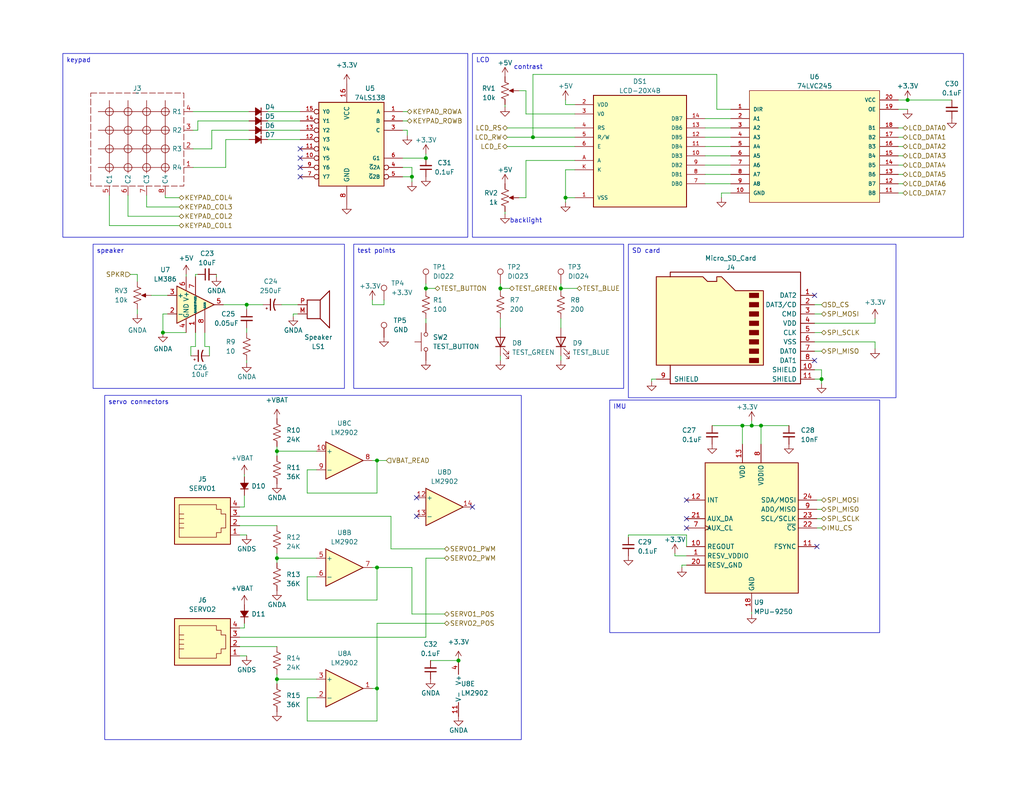
<source format=kicad_sch>
(kicad_sch (version 20231120) (generator "eeschema") (generator_version "8.0")
  (paper "A")
  (title_block (title "EE 110 Alpha Board - GPIO") (date "2024-02-07") (rev "0.2") (company "Adam Krivka"))
  (lib_symbols
    (symbol "74LS138:74LS138" (pin_names (offset 1.016))
      (property "Reference" "U2" (at -6.35 13.97 0))
      (property "Value" "74LS138" (at -6.35 11.43 0))
      (symbol "74LS138_1_0"
        (pin input line (at -15.24 7.62 0) (length 5.08) (name "A") (number "1"))
        (pin output inverted (at 12.7 -5.08 180) (length 5.08) (name "Y5") (number "10"))
        (pin output inverted (at 12.7 -2.54 180) (length 5.08) (name "Y4") (number "11"))
        (pin output inverted (at 12.7 0 180) (length 5.08) (name "Y3") (number "12"))
        (pin output inverted (at 12.7 2.54 180) (length 5.08) (name "Y2") (number "13"))
        (pin output inverted (at 12.7 5.08 180) (length 5.08) (name "Y1") (number "14"))
        (pin output inverted (at 12.7 7.62 180) (length 5.08) (name "Y0") (number "15"))
        (pin input line (at -15.24 5.08 0) (length 5.08) (name "B") (number "2"))
        (pin input line (at -15.24 2.54 0) (length 5.08) (name "C") (number "3"))
        (pin input inverted (at -15.24 -7.62 0) (length 5.08) (name "~{G}2A") (number "4"))
        (pin input inverted (at -15.24 -10.16 0) (length 5.08) (name "~{G}2B") (number "5"))
        (pin input line (at -15.24 -5.08 0) (length 5.08) (name "G1") (number "6"))
        (pin output inverted (at 12.7 -10.16 180) (length 5.08) (name "Y7") (number "7"))
        (pin output inverted (at 12.7 -7.62 180) (length 5.08) (name "Y6") (number "9"))
      )
      (symbol "74LS138_1_1"
        (pin input line (at 0 15.24 270) (length 5.08) (name "VCC") (number "16"))
        (pin input line (at 0 -17.78 90) (length 5.08) (name "GND") (number "8"))
      )
    )
    (symbol "74LVC245:74LVC245" (pin_names (offset 1.016))
      (property "Reference" "U2" (at 0 19.05 0))
      (symbol "74LVC245_0_0"
        (pin bidirectional line (at -22.86 10.16 0) (length 5.08) (name "DIR") (number "1"))
        (pin bidirectional line (at -22.86 -12.7 0) (length 5.08) (name "GND") (number "10"))
        (pin bidirectional line (at 22.86 -12.7 180) (length 5.08) (name "B8") (number "11"))
        (pin bidirectional line (at 22.86 -10.16 180) (length 5.08) (name "B7") (number "12"))
        (pin bidirectional line (at 22.86 -7.62 180) (length 5.08) (name "B6") (number "13"))
        (pin bidirectional line (at 22.86 -5.08 180) (length 5.08) (name "B5") (number "14"))
        (pin bidirectional line (at 22.86 -2.54 180) (length 5.08) (name "B4") (number "15"))
        (pin bidirectional line (at 22.86 0 180) (length 5.08) (name "B3") (number "16"))
        (pin bidirectional line (at 22.86 2.54 180) (length 5.08) (name "B2") (number "17"))
        (pin bidirectional line (at 22.86 5.08 180) (length 5.08) (name "B1") (number "18"))
        (pin bidirectional line (at 22.86 10.16 180) (length 5.08) (name "OE") (number "19"))
        (pin bidirectional line (at -22.86 7.62 0) (length 5.08) (name "A1") (number "2"))
        (pin bidirectional line (at 22.86 12.7 180) (length 5.08) (name "VCC") (number "20"))
        (pin bidirectional line (at -22.86 5.08 0) (length 5.08) (name "A2") (number "3"))
        (pin bidirectional line (at -22.86 2.54 0) (length 5.08) (name "A3") (number "4"))
        (pin bidirectional line (at -22.86 0 0) (length 5.08) (name "A4") (number "5"))
        (pin bidirectional line (at -22.86 -2.54 0) (length 5.08) (name "A5") (number "6"))
        (pin bidirectional line (at -22.86 -5.08 0) (length 5.08) (name "A6") (number "7"))
        (pin bidirectional line (at -22.86 -7.62 0) (length 5.08) (name "A7") (number "8"))
        (pin bidirectional line (at -22.86 -10.16 0) (length 5.08) (name "A8") (number "9"))
      )
    )
    (symbol "Amplifier_Audio:LM386" (pin_names (offset 0.127))
      (property "Reference" "U" (at 1.27 7.62 0))
      (property "Value" "LM386" (at 1.27 5.08 0))
      (symbol "LM386_1_1"
        (pin input line (at 0 -7.62 90) (length 5.08) (name "GAIN") (number "1"))
        (pin input line (at -7.62 -2.54 0) (length 2.54) (name "-") (number "2"))
        (pin input line (at -7.62 2.54 0) (length 2.54) (name "+") (number "3"))
        (pin power_in line (at -2.54 -7.62 90) (length 3.81) (name "GND") (number "4"))
        (pin output line (at 7.62 0 180) (length 2.54) (name "~") (number "5"))
        (pin power_in line (at -2.54 7.62 270) (length 3.81) (name "V+") (number "6"))
        (pin input line (at 0 7.62 270) (length 5.08) (name "BYPASS") (number "7"))
        (pin input line (at 2.54 -7.62 90) (length 6.35) (name "GAIN") (number "8"))
      )
    )
    (symbol "Amplifier_Operational:LM2902" (pin_names (offset 0.127))
      (property "Reference" "U" (at 0 5.08 0))
      (property "Value" "LM2902" (at 0 -5.08 0))
      (symbol "LM2902_1_1"
        (pin output line (at 7.62 0 180) (length 2.54) (name "~") (number "1"))
        (pin input line (at -7.62 -2.54 0) (length 2.54) (name "-") (number "2"))
        (pin input line (at -7.62 2.54 0) (length 2.54) (name "+") (number "3"))
      )
      (symbol "LM2902_2_1"
        (pin input line (at -7.62 2.54 0) (length 2.54) (name "+") (number "5"))
        (pin input line (at -7.62 -2.54 0) (length 2.54) (name "-") (number "6"))
        (pin output line (at 7.62 0 180) (length 2.54) (name "~") (number "7"))
      )
      (symbol "LM2902_3_1"
        (pin input line (at -7.62 2.54 0) (length 2.54) (name "+") (number "10"))
        (pin output line (at 7.62 0 180) (length 2.54) (name "~") (number "8"))
        (pin input line (at -7.62 -2.54 0) (length 2.54) (name "-") (number "9"))
      )
      (symbol "LM2902_4_1"
        (pin input line (at -7.62 2.54 0) (length 2.54) (name "+") (number "12"))
        (pin input line (at -7.62 -2.54 0) (length 2.54) (name "-") (number "13"))
        (pin output line (at 7.62 0 180) (length 2.54) (name "~") (number "14"))
      )
      (symbol "LM2902_5_1"
        (pin power_in line (at -2.54 -7.62 90) (length 3.81) (name "V-") (number "11"))
        (pin power_in line (at -2.54 7.62 270) (length 3.81) (name "V+") (number "4"))
      )
    )
    (symbol "Connector:4P4C" (pin_names (offset 1.016))
      (property "Reference" "J" (at -5.08 8.89 0))
      (property "Value" "4P4C" (at 2.54 8.89 0))
      (symbol "4P4C_1_1"
        (pin passive line (at 10.16 -2.54 180) (length 2.54) (name "~") (number "1"))
        (pin passive line (at 10.16 0 180) (length 2.54) (name "~") (number "2"))
        (pin passive line (at 10.16 2.54 180) (length 2.54) (name "~") (number "3"))
        (pin passive line (at 10.16 5.08 180) (length 2.54) (name "~") (number "4"))
      )
    )
    (symbol "Connector:Micro_SD_Card" (pin_names (offset 1.016))
      (property "Reference" "J4" (at 0 15.24 0))
      (property "Value" "Micro_SD_Card" (at 0 17.78 0))
      (symbol "Micro_SD_Card_1_1"
        (pin bidirectional line (at -22.86 7.62 0) (length 3.81) (name "DAT2") (number "1"))
        (pin passive line (at -22.86 -12.7 0) (length 3.81) (name "SHIELD") (number "10"))
        (pin passive line (at -22.86 -15.24 0) (length 3.81) (name "SHIELD") (number "11"))
        (pin bidirectional line (at -22.86 5.08 0) (length 3.81) (name "DAT3/CD") (number "2"))
        (pin input line (at -22.86 2.54 0) (length 3.81) (name "CMD") (number "3"))
        (pin power_in line (at -22.86 0 0) (length 3.81) (name "VDD") (number "4"))
        (pin input line (at -22.86 -2.54 0) (length 3.81) (name "CLK") (number "5"))
        (pin power_in line (at -22.86 -5.08 0) (length 3.81) (name "VSS") (number "6"))
        (pin bidirectional line (at -22.86 -7.62 0) (length 3.81) (name "DAT0") (number "7"))
        (pin bidirectional line (at -22.86 -10.16 0) (length 3.81) (name "DAT1") (number "8"))
        (pin passive line (at 20.32 -15.24 180) (length 3.81) (name "SHIELD") (number "9"))
      )
    )
    (symbol "Connector:TestPoint" (pin_numbers hide) (pin_names (offset 0.762) hide)
      (property "Reference" "TP" (at 0 6.858 0))
      (property "Value" "TestPoint" (at 0 5.08 0))
      (symbol "TestPoint_1_1"
        (pin passive line (at 0 0 90) (length 2.54) (name "1") (number "1"))
      )
    )
    (symbol "Device:C_Polarized_Small_US" (pin_numbers hide) (pin_names (offset 0.254) hide)
      (property "Reference" "C" (at 0.254 1.778 0))
      (property "Value" "C_Polarized_Small_US" (at 0.254 -2.032 0))
      (symbol "C_Polarized_Small_US_1_1"
        (pin passive line (at 0 2.54 270) (length 2.032) (name "~") (number "1"))
        (pin passive line (at 0 -2.54 90) (length 2.032) (name "~") (number "2"))
      )
    )
    (symbol "Device:C_Small" (pin_numbers hide) (pin_names (offset 0.254) hide)
      (property "Reference" "C" (at 0.254 1.778 0))
      (property "Value" "C_Small" (at 0.254 -2.032 0))
      (symbol "C_Small_1_1"
        (pin passive line (at 0 2.54 270) (length 2.032) (name "~") (number "1"))
        (pin passive line (at 0 -2.54 90) (length 2.032) (name "~") (number "2"))
      )
    )
    (symbol "Device:D_Small_Filled" (pin_numbers hide) (pin_names (offset 0.254) hide)
      (property "Reference" "D" (at -1.27 2.032 0))
      (property "Value" "D_Small_Filled" (at -3.81 -2.032 0))
      (symbol "D_Small_Filled_1_1"
        (pin passive line (at -2.54 0 0) (length 1.778) (name "K") (number "1"))
        (pin passive line (at 2.54 0 180) (length 1.778) (name "A") (number "2"))
      )
    )
    (symbol "Device:LED" (pin_numbers hide) (pin_names (offset 1.016) hide)
      (property "Reference" "D" (at 0 2.54 0))
      (property "Value" "LED" (at 0 -2.54 0))
      (symbol "LED_1_1"
        (pin passive line (at -3.81 0 0) (length 2.54) (name "K") (number "1"))
        (pin passive line (at 3.81 0 180) (length 2.54) (name "A") (number "2"))
      )
    )
    (symbol "Device:R_Potentiometer_US" (pin_numbers hide) (pin_names (offset 1.016) hide)
      (property "Reference" "RV" (at -4.445 0 90))
      (property "Value" "R_Potentiometer_US" (at -2.54 0 90))
      (symbol "R_Potentiometer_US_1_1"
        (pin passive line (at 0 3.81 270) (length 1.27) (name "1") (number "1"))
        (pin passive line (at 3.81 0 180) (length 1.27) (name "2") (number "2"))
        (pin passive line (at 0 -3.81 90) (length 1.27) (name "3") (number "3"))
      )
    )
    (symbol "Device:R_US" (pin_numbers hide) (pin_names (offset 0))
      (property "Reference" "R" (at 2.54 0 90))
      (property "Value" "R_US" (at -2.54 0 90))
      (symbol "R_US_1_1"
        (pin passive line (at 0 3.81 270) (length 1.27) (name "~") (number "1"))
        (pin passive line (at 0 -3.81 90) (length 1.27) (name "~") (number "2"))
      )
    )
    (symbol "Device:Speaker" (pin_names (offset 0) hide)
      (property "Reference" "LS1" (at 0.508 -11.43 0))
      (property "Value" "Speaker" (at 0.508 -8.89 0))
      (symbol "Speaker_1_1"
        (pin input line (at -5.08 -2.54 0) (length 2.54) (name "2") (number "M"))
        (pin input line (at -5.08 0 0) (length 2.54) (name "1") (number "P"))
      )
    )
    (symbol "My_Library:Keypad_4x4"
      (property "Reference" "J3" (at 0 13.97 0))
      (property "Value" "~" (at 0 12.7 0))
      (symbol "Keypad_4x4_1_1"
        (pin bidirectional line (at 15.24 -7.62 180) (length 2.54) (name "R4") (number "1"))
        (pin bidirectional line (at 15.24 -2.54 180) (length 2.54) (name "R3") (number "2"))
        (pin bidirectional line (at 15.24 2.54 180) (length 2.54) (name "R2") (number "3"))
        (pin bidirectional line (at 15.24 7.62 180) (length 2.54) (name "R1") (number "4"))
        (pin bidirectional line (at -7.62 -15.24 90) (length 2.54) (name "C1") (number "5"))
        (pin bidirectional line (at -2.54 -15.24 90) (length 2.54) (name "C2") (number "6"))
        (pin bidirectional line (at 2.54 -15.24 90) (length 2.54) (name "C3") (number "7"))
        (pin bidirectional line (at 7.62 -15.24 90) (length 2.54) (name "C4") (number "8"))
      )
    )
    (symbol "R_Potentiometer_US_1" (pin_numbers hide) (pin_names (offset 1.016) hide)
      (property "Reference" "RV" (at -4.445 0 90))
      (property "Value" "R_Potentiometer_US" (at -2.54 0 90))
      (symbol "R_Potentiometer_US_1_1_1"
        (pin passive line (at 0 3.81 270) (length 1.27) (name "1") (number "1"))
        (pin passive line (at 3.81 0 180) (length 1.27) (name "2") (number "2"))
        (pin passive line (at 0 -3.81 90) (length 1.27) (name "3") (number "3"))
      )
    )
    (symbol "Sensor_Motion:MPU-9250"
      (property "Reference" "U" (at -11.43 19.05 0))
      (property "Value" "MPU-9250" (at 7.62 -19.05 0))
      (symbol "MPU-9250_1_1"
        (pin input line (at 17.78 -7.62 180) (length 5.08) (name "RESV_VDDIO") (number "1"))
        (pin passive line (at 17.78 -5.08 180) (length 5.08) (name "REGOUT") (number "10"))
        (pin input line (at -17.78 -5.08 0) (length 5.08) (name "FSYNC") (number "11"))
        (pin output line (at 17.78 7.62 180) (length 5.08) (name "INT") (number "12"))
        (pin power_in line (at 2.54 22.86 270) (length 5.08) (name "VDD") (number "13"))
        (pin power_in line (at 0 -22.86 90) (length 5.08) (name "GND") (number "18"))
        (pin power_in line (at 17.78 -10.16 180) (length 5.08) (name "RESV_GND") (number "20"))
        (pin bidirectional line (at 17.78 2.54 180) (length 5.08) (name "AUX_DA") (number "21"))
        (pin input line (at -17.78 0 0) (length 5.08) (name "~{CS}") (number "22"))
        (pin input line (at -17.78 2.54 0) (length 5.08) (name "SCL/SCLK") (number "23"))
        (pin bidirectional line (at -17.78 7.62 0) (length 5.08) (name "SDA/MOSI") (number "24"))
        (pin output clock (at 17.78 0 180) (length 5.08) (name "AUX_CL") (number "7"))
        (pin power_in line (at -2.54 22.86 270) (length 5.08) (name "VDDIO") (number "8"))
        (pin bidirectional line (at -17.78 5.08 0) (length 5.08) (name "AD0/MISO") (number "9"))
      )
    )
    (symbol "Switch:SW_Push" (pin_numbers hide) (pin_names (offset 1.016) hide)
      (property "Reference" "SW" (at 1.27 2.54 0))
      (property "Value" "SW_Push" (at 0 -1.524 0))
      (symbol "SW_Push_0_1"
        (pin passive line (at -5.08 0 0) (length 2.54) (name "1") (number "1"))
        (pin passive line (at 5.08 0 180) (length 2.54) (name "2") (number "2"))
      )
    )
    (symbol "lcd2004:LCD-20X4B" (pin_names (offset 1.016))
      (property "Reference" "DS1" (at 0 21.59 0))
      (property "Value" "LCD-20X4B" (at 0 19.05 0))
      (symbol "LCD-20X4B_0_0"
        (pin power_in line (at -17.78 -10.16 0) (length 5.08) (name "VSS") (number "1"))
        (pin bidirectional line (at 17.78 1.27 180) (length 5.08) (name "DB3") (number "10"))
        (pin bidirectional line (at 17.78 3.81 180) (length 5.08) (name "DB4") (number "11"))
        (pin bidirectional line (at 17.78 6.35 180) (length 5.08) (name "DB5") (number "12"))
        (pin bidirectional line (at 17.78 8.89 180) (length 5.08) (name "DB6") (number "13"))
        (pin bidirectional line (at 17.78 11.43 180) (length 5.08) (name "DB7") (number "14"))
        (pin power_in line (at -17.78 15.24 0) (length 5.08) (name "VDD") (number "2"))
        (pin power_in line (at -17.78 12.7 0) (length 5.08) (name "V0") (number "3"))
        (pin input line (at -17.78 8.89 0) (length 5.08) (name "RS") (number "4"))
        (pin input line (at -17.78 6.35 0) (length 5.08) (name "R/W") (number "5"))
        (pin input line (at -17.78 3.81 0) (length 5.08) (name "E") (number "6"))
        (pin bidirectional line (at 17.78 -6.35 180) (length 5.08) (name "DB0") (number "7"))
        (pin bidirectional line (at 17.78 -3.81 180) (length 5.08) (name "DB1") (number "8"))
        (pin bidirectional line (at 17.78 -1.27 180) (length 5.08) (name "DB2") (number "9"))
      )
      (symbol "LCD-20X4B_1_0"
        (pin passive line (at -17.78 0 0) (length 5.08) (name "A") (number "A"))
        (pin passive line (at -17.78 -2.54 0) (length 5.08) (name "K") (number "K"))
      )
    )
    (symbol "power:+3.3V" (power) (pin_names (offset 0))
      (property "Value" "+3.3V" (at 0 3.556 0))
      (symbol "+3.3V_1_1"
        (pin power_in line (at 0 0 90) (length 0) hide (name "+3.3V") (number "1"))
      )
    )
    (symbol "power:+3V3" (power) (pin_names (offset 0))
      (property "Value" "+3V3" (at 0 3.556 0))
      (symbol "+3V3_1_1"
        (pin power_in line (at 0 0 90) (length 0) hide (name "+3V3") (number "1"))
      )
    )
    (symbol "power:+5V" (power) (pin_names (offset 0))
      (property "Value" "+5V" (at 0 3.556 0))
      (symbol "+5V_1_1"
        (pin power_in line (at 0 0 90) (length 0) hide (name "+5V") (number "1"))
      )
    )
    (symbol "power:+5VD" (power) (pin_names (offset 0))
      (property "Value" "+5VD" (at 0 3.556 0))
      (symbol "+5VD_1_1"
        (pin power_in line (at 0 0 90) (length 0) hide (name "+5VD") (number "1"))
      )
    )
    (symbol "power:GND" (power) (pin_names (offset 0))
      (property "Value" "GND" (at 0 -3.81 0))
      (symbol "GND_1_1"
        (pin power_in line (at 0 0 270) (length 0) hide (name "GND") (number "1"))
      )
    )
    (symbol "power:GNDA" (power) (pin_names (offset 0))
      (property "Value" "GNDA" (at 0 -3.81 0))
      (symbol "GNDA_1_1"
        (pin power_in line (at 0 0 270) (length 0) hide (name "GNDA") (number "1"))
      )
    )
    (symbol "power:GNDS" (power) (pin_names (offset 0))
      (property "Value" "GNDS" (at 0 -3.81 0))
      (symbol "GNDS_1_1"
        (pin power_in line (at 0 0 270) (length 0) hide (name "GNDS") (number "1"))
      )
    )
  )
  (junction (at 102.87 125.73))
  (junction (at 207.645 116.205))
  (junction (at 136.525 78.74))
  (junction (at 202.565 116.205))
  (junction (at 75.565 123.19))
  (junction (at 112.395 48.26))
  (junction (at 116.205 78.74))
  (junction (at 247.65 27.305))
  (junction (at 67.31 83.185))
  (junction (at 224.155 103.505))
  (junction (at 153.035 78.74))
  (junction (at 125.095 180.34))
  (junction (at 102.87 187.96))
  (junction (at 154.305 53.975))
  (junction (at 116.205 43.18))
  (junction (at 145.415 37.465))
  (junction (at 102.87 154.94))
  (junction (at 205.105 116.205))
  (junction (at 44.45 90.805))
  (junction (at 75.565 152.4))
  (junction (at 75.565 185.42))
  (no_connect (at 81.915 43.18))
  (no_connect (at 187.325 141.605))
  (no_connect (at 113.665 140.97))
  (no_connect (at 187.325 136.525))
  (no_connect (at 222.25 80.645))
  (no_connect (at 81.915 40.64))
  (no_connect (at 81.915 45.72))
  (no_connect (at 81.915 48.26))
  (no_connect (at 128.905 138.43))
  (no_connect (at 187.325 144.145))
  (no_connect (at 113.665 135.89))
  (no_connect (at 222.25 98.425))
  (no_connect (at 222.885 149.225))
  (wire (pts (xy 34.925 53.34) (xy 34.925 59.055)))
  (wire (pts (xy 196.85 52.705) (xy 199.39 52.705)))
  (wire (pts (xy 137.795 28.575) (xy 137.795 29.21)))
  (wire (pts (xy 192.405 42.545) (xy 199.39 42.545)))
  (wire (pts (xy 52.705 45.72) (xy 61.595 45.72)))
  (wire (pts (xy 102.87 134.62) (xy 102.87 125.73)))
  (wire (pts (xy 59.055 74.93) (xy 59.055 75.565)))
  (wire (pts (xy 50.8 74.93) (xy 50.8 75.565)))
  (wire (pts (xy 75.565 184.15) (xy 75.565 185.42)))
  (wire (pts (xy 65.405 140.97) (xy 106.68 140.97)))
  (wire (pts (xy 238.76 93.345) (xy 238.76 95.25)))
  (wire (pts (xy 177.8 103.505) (xy 177.8 104.14)))
  (wire (pts (xy 45.085 53.34) (xy 45.085 53.975)))
  (wire (pts (xy 153.035 78.74) (xy 157.48 78.74)))
  (wire (pts (xy 154.305 55.245) (xy 154.305 53.975)))
  (wire (pts (xy 116.205 152.4) (xy 121.285 152.4)))
  (wire (pts (xy 102.87 154.94) (xy 112.395 154.94)))
  (wire (pts (xy 179.07 103.505) (xy 177.8 103.505)))
  (wire (pts (xy 143.51 43.815) (xy 143.51 53.975)))
  (wire (pts (xy 156.845 28.575) (xy 154.305 28.575)))
  (wire (pts (xy 53.975 74.93) (xy 53.34 74.93)))
  (wire (pts (xy 112.395 154.94) (xy 112.395 167.64)))
  (wire (pts (xy 52.07 97.155) (xy 52.07 94.615)))
  (wire (pts (xy 222.25 90.805) (xy 224.155 90.805)))
  (wire (pts (xy 40.005 53.34) (xy 40.005 56.515)))
  (wire (pts (xy 76.835 83.185) (xy 81.28 83.185)))
  (wire (pts (xy 117.475 180.34) (xy 125.095 180.34)))
  (wire (pts (xy 153.035 78.74) (xy 153.035 79.375)))
  (wire (pts (xy 29.845 53.34) (xy 29.845 61.595)))
  (wire (pts (xy 66.675 138.43) (xy 65.405 138.43)))
  (wire (pts (xy 86.36 157.48) (xy 83.82 157.48)))
  (wire (pts (xy 137.795 57.785) (xy 137.795 58.42)))
  (wire (pts (xy 222.885 139.065) (xy 224.155 139.065)))
  (wire (pts (xy 136.525 78.74) (xy 136.525 77.47)))
  (wire (pts (xy 57.785 35.56) (xy 67.945 35.56)))
  (wire (pts (xy 245.11 45.085) (xy 246.38 45.085)))
  (wire (pts (xy 83.82 157.48) (xy 83.82 163.83)))
  (wire (pts (xy 187.325 151.765) (xy 184.15 151.765)))
  (wire (pts (xy 143.51 53.975) (xy 141.605 53.975)))
  (wire (pts (xy 154.305 53.975) (xy 156.845 53.975)))
  (wire (pts (xy 106.68 140.97) (xy 106.68 149.86)))
  (wire (pts (xy 102.87 125.73) (xy 101.6 125.73)))
  (wire (pts (xy 205.105 167.005) (xy 205.105 167.64)))
  (wire (pts (xy 245.11 29.845) (xy 247.65 29.845)))
  (wire (pts (xy 112.395 48.26) (xy 112.395 49.657)))
  (wire (pts (xy 112.395 45.72) (xy 112.395 48.26)))
  (wire (pts (xy 41.275 80.645) (xy 45.72 80.645)))
  (wire (pts (xy 224.155 103.505) (xy 224.155 104.775)))
  (wire (pts (xy 57.785 35.56) (xy 57.785 40.64)))
  (wire (pts (xy 196.85 52.705) (xy 196.85 53.975)))
  (wire (pts (xy 55.88 90.805) (xy 55.88 94.615)))
  (wire (pts (xy 73.025 35.56) (xy 81.915 35.56)))
  (wire (pts (xy 154.305 28.575) (xy 154.305 27.305)))
  (wire (pts (xy 136.525 86.995) (xy 136.525 89.535)))
  (wire (pts (xy 186.055 154.305) (xy 186.055 154.94)))
  (wire (pts (xy 222.25 83.185) (xy 224.155 83.185)))
  (wire (pts (xy 67.31 89.535) (xy 67.31 90.805)))
  (wire (pts (xy 116.205 86.995) (xy 116.205 88.265)))
  (wire (pts (xy 73.025 38.1) (xy 81.915 38.1)))
  (wire (pts (xy 57.15 94.615) (xy 57.15 97.155)))
  (wire (pts (xy 53.975 33.02) (xy 53.975 35.56)))
  (wire (pts (xy 145.415 20.32) (xy 195.58 20.32)))
  (wire (pts (xy 222.25 103.505) (xy 224.155 103.505)))
  (wire (pts (xy 138.43 34.925) (xy 156.845 34.925)))
  (wire (pts (xy 145.415 37.465) (xy 156.845 37.465)))
  (wire (pts (xy 66.675 129.54) (xy 66.675 130.175)))
  (wire (pts (xy 245.11 27.305) (xy 247.65 27.305)))
  (wire (pts (xy 192.405 37.465) (xy 199.39 37.465)))
  (wire (pts (xy 52.705 35.56) (xy 53.975 35.56)))
  (wire (pts (xy 75.565 121.92) (xy 75.565 123.19)))
  (wire (pts (xy 102.87 154.94) (xy 101.6 154.94)))
  (wire (pts (xy 52.705 30.48) (xy 67.945 30.48)))
  (wire (pts (xy 245.11 47.625) (xy 246.38 47.625)))
  (wire (pts (xy 75.565 152.4) (xy 86.36 152.4)))
  (wire (pts (xy 80.01 85.725) (xy 80.01 86.36)))
  (wire (pts (xy 65.405 176.53) (xy 75.565 176.53)))
  (wire (pts (xy 116.205 42.037) (xy 116.205 43.18)))
  (wire (pts (xy 143.51 24.765) (xy 143.51 31.115)))
  (wire (pts (xy 109.855 35.56) (xy 111.125 35.56)))
  (wire (pts (xy 73.025 30.48) (xy 81.915 30.48)))
  (wire (pts (xy 61.595 38.1) (xy 61.595 45.72)))
  (wire (pts (xy 34.925 59.055) (xy 48.895 59.055)))
  (wire (pts (xy 222.885 141.605) (xy 224.155 141.605)))
  (wire (pts (xy 199.39 29.845) (xy 195.58 29.845)))
  (wire (pts (xy 222.25 100.965) (xy 224.155 100.965)))
  (wire (pts (xy 44.45 85.725) (xy 44.45 90.805)))
  (wire (pts (xy 65.405 146.05) (xy 67.31 146.05)))
  (wire (pts (xy 143.51 24.765) (xy 141.605 24.765)))
  (wire (pts (xy 118.745 78.74) (xy 116.205 78.74)))
  (wire (pts (xy 102.87 125.73) (xy 105.41 125.73)))
  (wire (pts (xy 192.405 50.165) (xy 199.39 50.165)))
  (wire (pts (xy 75.565 123.19) (xy 75.565 124.46)))
  (wire (pts (xy 53.975 33.02) (xy 67.945 33.02)))
  (wire (pts (xy 116.205 43.18) (xy 109.855 43.18)))
  (wire (pts (xy 102.87 170.18) (xy 102.87 187.96)))
  (wire (pts (xy 86.36 190.5) (xy 83.82 190.5)))
  (wire (pts (xy 101.6 83.185) (xy 101.6 81.915)))
  (wire (pts (xy 222.885 136.525) (xy 224.155 136.525)))
  (wire (pts (xy 112.395 48.26) (xy 109.855 48.26)))
  (wire (pts (xy 66.675 170.18) (xy 66.675 171.45)))
  (wire (pts (xy 247.65 27.305) (xy 259.715 27.305)))
  (wire (pts (xy 75.565 185.42) (xy 86.36 185.42)))
  (wire (pts (xy 61.595 38.1) (xy 67.945 38.1)))
  (wire (pts (xy 102.87 163.83) (xy 102.87 154.94)))
  (wire (pts (xy 75.565 151.13) (xy 75.565 152.4)))
  (wire (pts (xy 139.065 78.74) (xy 136.525 78.74)))
  (wire (pts (xy 156.845 46.355) (xy 154.305 46.355)))
  (wire (pts (xy 116.205 173.99) (xy 116.205 152.4)))
  (wire (pts (xy 222.25 93.345) (xy 238.76 93.345)))
  (wire (pts (xy 67.31 98.425) (xy 67.31 99.06)))
  (wire (pts (xy 238.76 88.265) (xy 238.76 86.995)))
  (wire (pts (xy 52.07 94.615) (xy 53.34 94.615)))
  (wire (pts (xy 136.525 97.155) (xy 136.525 98.425)))
  (wire (pts (xy 222.25 85.725) (xy 224.155 85.725)))
  (wire (pts (xy 138.43 40.005) (xy 156.845 40.005)))
  (wire (pts (xy 192.405 45.085) (xy 199.39 45.085)))
  (wire (pts (xy 75.565 152.4) (xy 75.565 153.67)))
  (wire (pts (xy 109.855 33.02) (xy 111.125 33.02)))
  (wire (pts (xy 245.11 37.465) (xy 246.38 37.465)))
  (wire (pts (xy 205.105 114.935) (xy 205.105 116.205)))
  (wire (pts (xy 145.415 20.32) (xy 145.415 37.465)))
  (wire (pts (xy 104.775 83.185) (xy 101.6 83.185)))
  (wire (pts (xy 138.43 37.465) (xy 145.415 37.465)))
  (wire (pts (xy 153.035 97.155) (xy 153.035 98.425)))
  (wire (pts (xy 222.25 88.265) (xy 238.76 88.265)))
  (wire (pts (xy 207.645 116.205) (xy 207.645 121.285)))
  (wire (pts (xy 245.11 40.005) (xy 246.38 40.005)))
  (wire (pts (xy 143.51 43.815) (xy 156.845 43.815)))
  (wire (pts (xy 83.82 196.85) (xy 102.87 196.85)))
  (wire (pts (xy 65.405 179.07) (xy 67.31 179.07)))
  (wire (pts (xy 86.36 128.27) (xy 83.82 128.27)))
  (wire (pts (xy 81.28 85.725) (xy 80.01 85.725)))
  (wire (pts (xy 222.885 144.145) (xy 224.155 144.145)))
  (wire (pts (xy 205.105 116.205) (xy 202.565 116.205)))
  (wire (pts (xy 245.11 34.925) (xy 246.38 34.925)))
  (wire (pts (xy 102.87 196.85) (xy 102.87 187.96)))
  (wire (pts (xy 184.15 151.765) (xy 184.15 151.13)))
  (wire (pts (xy 75.565 123.19) (xy 86.36 123.19)))
  (wire (pts (xy 116.205 78.74) (xy 116.205 79.375)))
  (wire (pts (xy 112.395 167.64) (xy 121.285 167.64)))
  (wire (pts (xy 83.82 134.62) (xy 102.87 134.62)))
  (wire (pts (xy 35.56 74.93) (xy 37.465 74.93)))
  (wire (pts (xy 207.645 116.205) (xy 215.265 116.205)))
  (wire (pts (xy 202.565 116.205) (xy 202.565 121.285)))
  (wire (pts (xy 192.405 40.005) (xy 199.39 40.005)))
  (wire (pts (xy 136.525 78.74) (xy 136.525 79.375)))
  (wire (pts (xy 83.82 190.5) (xy 83.82 196.85)))
  (wire (pts (xy 116.205 78.74) (xy 116.205 77.47)))
  (wire (pts (xy 245.11 50.165) (xy 246.38 50.165)))
  (wire (pts (xy 67.31 83.185) (xy 71.755 83.185)))
  (wire (pts (xy 192.405 32.385) (xy 199.39 32.385)))
  (wire (pts (xy 222.25 95.885) (xy 224.155 95.885)))
  (wire (pts (xy 106.68 149.86) (xy 121.285 149.86)))
  (wire (pts (xy 40.005 56.515) (xy 48.895 56.515)))
  (wire (pts (xy 187.325 154.305) (xy 186.055 154.305)))
  (wire (pts (xy 65.405 143.51) (xy 75.565 143.51)))
  (wire (pts (xy 37.465 74.93) (xy 37.465 76.835)))
  (wire (pts (xy 153.035 86.995) (xy 153.035 89.535)))
  (wire (pts (xy 194.31 116.205) (xy 202.565 116.205)))
  (wire (pts (xy 55.88 94.615) (xy 57.15 94.615)))
  (wire (pts (xy 45.085 53.975) (xy 48.895 53.975)))
  (wire (pts (xy 245.11 42.545) (xy 246.38 42.545)))
  (wire (pts (xy 53.34 94.615) (xy 53.34 90.805)))
  (wire (pts (xy 83.82 128.27) (xy 83.82 134.62)))
  (wire (pts (xy 195.58 29.845) (xy 195.58 20.32)))
  (wire (pts (xy 245.11 52.705) (xy 246.38 52.705)))
  (wire (pts (xy 109.855 45.72) (xy 112.395 45.72)))
  (wire (pts (xy 52.705 40.64) (xy 57.785 40.64)))
  (wire (pts (xy 67.31 83.185) (xy 67.31 84.455)))
  (wire (pts (xy 102.87 187.96) (xy 101.6 187.96)))
  (wire (pts (xy 53.34 74.93) (xy 53.34 75.565)))
  (wire (pts (xy 60.96 83.185) (xy 67.31 83.185)))
  (wire (pts (xy 66.675 135.255) (xy 66.675 138.43)))
  (wire (pts (xy 192.405 47.625) (xy 199.39 47.625)))
  (wire (pts (xy 171.45 146.05) (xy 171.45 146.685)))
  (wire (pts (xy 109.855 30.48) (xy 111.125 30.48)))
  (wire (pts (xy 111.125 35.56) (xy 111.125 36.957)))
  (wire (pts (xy 45.72 85.725) (xy 44.45 85.725)))
  (wire (pts (xy 73.025 33.02) (xy 81.915 33.02)))
  (wire (pts (xy 83.82 163.83) (xy 102.87 163.83)))
  (wire (pts (xy 104.775 83.185) (xy 104.775 81.915)))
  (wire (pts (xy 29.845 61.595) (xy 48.895 61.595)))
  (wire (pts (xy 192.405 34.925) (xy 199.39 34.925)))
  (wire (pts (xy 187.325 146.05) (xy 187.325 149.225)))
  (wire (pts (xy 65.405 173.99) (xy 116.205 173.99)))
  (wire (pts (xy 37.465 84.455) (xy 37.465 85.725)))
  (wire (pts (xy 154.305 46.355) (xy 154.305 53.975)))
  (wire (pts (xy 143.51 31.115) (xy 156.845 31.115)))
  (wire (pts (xy 224.155 100.965) (xy 224.155 103.505)))
  (wire (pts (xy 75.565 185.42) (xy 75.565 186.69)))
  (wire (pts (xy 102.87 170.18) (xy 121.285 170.18)))
  (wire (pts (xy 153.035 78.74) (xy 153.035 77.47)))
  (wire (pts (xy 44.45 90.805) (xy 50.8 90.805)))
  (wire (pts (xy 66.675 171.45) (xy 65.405 171.45)))
  (wire (pts (xy 171.45 146.05) (xy 187.325 146.05)))
  (wire (pts (xy 205.105 116.205) (xy 207.645 116.205)))
  (text_box "test points" (at 96.52 66.675 0) (size 73.66 39.37) (effects (font (size 1.27 1.27)) (justify left top)))
  (text_box "keypad" (at 17.145 14.605 0) (size 110.49 50.165) (effects (font (size 1.27 1.27)) (justify left top)))
  (text_box "SD card\n" (at 171.45 66.675 0) (size 73.025 41.91) (effects (font (size 1.27 1.27)) (justify left top)))
  (text_box "servo connectors" (at 28.575 107.95 0) (size 113.665 93.98) (effects (font (size 1.27 1.27)) (justify left top)))
  (text_box "speaker" (at 25.4 66.675 0) (size 68.58 39.37) (effects (font (size 1.27 1.27)) (justify left top)))
  (text_box "LCD\n" (at 128.905 14.605 0) (size 133.985 50.165) (effects (font (size 1.27 1.27)) (justify left top)))
  (text_box "IMU" (at 166.37 109.22 0) (size 73.66 63.5) (effects (font (size 1.27 1.27)) (justify left top)))
  (text "backlight" (at 143.51 60.325 0) (effects (font (size 1.27 1.27))))
  (text "contrast\n" (at 144.145 18.415 0) (effects (font (size 1.27 1.27))))
  (hierarchical_label "LCD_DATA7" (shape bidirectional) (at 246.38 52.705 0))
  (hierarchical_label "TEST_BLUE" (shape bidirectional) (at 157.48 78.74 0))
  (hierarchical_label "LCD_DATA1" (shape bidirectional) (at 246.38 37.465 0))
  (hierarchical_label "SERVO2_PWM" (shape bidirectional) (at 121.285 152.4 0))
  (hierarchical_label "SERVO1_PWM" (shape bidirectional) (at 121.285 149.86 0))
  (hierarchical_label "LCD_DATA0" (shape bidirectional) (at 246.38 34.925 0))
  (hierarchical_label "SPI_MISO" (shape bidirectional) (at 224.155 95.885 0))
  (hierarchical_label "KEYPAD_COL3" (shape bidirectional) (at 48.895 56.515 0))
  (hierarchical_label "LCD_E" (shape bidirectional) (at 138.43 40.005 180))
  (hierarchical_label "KEYPAD_COL2" (shape bidirectional) (at 48.895 59.055 0))
  (hierarchical_label "LCD_DATA6" (shape bidirectional) (at 246.38 50.165 0))
  (hierarchical_label "KEYPAD_ROWB" (shape bidirectional) (at 111.125 33.02 0))
  (hierarchical_label "SPI_SCLK" (shape bidirectional) (at 224.155 141.605 0))
  (hierarchical_label "SPKR" (shape input) (at 35.56 74.93 180))
  (hierarchical_label "SPI_MISO" (shape bidirectional) (at 224.155 139.065 0))
  (hierarchical_label "SERVO1_POS" (shape bidirectional) (at 121.285 167.64 0))
  (hierarchical_label "TEST_BUTTON" (shape bidirectional) (at 118.745 78.74 0))
  (hierarchical_label "IMU_CS" (shape bidirectional) (at 224.155 144.145 0))
  (hierarchical_label "TEST_GREEN" (shape bidirectional) (at 139.065 78.74 0))
  (hierarchical_label "LCD_RS" (shape bidirectional) (at 138.43 34.925 180))
  (hierarchical_label "SPI_MOSI" (shape bidirectional) (at 224.155 85.725 0))
  (hierarchical_label "SERVO2_POS" (shape bidirectional) (at 121.285 170.18 0))
  (hierarchical_label "SD_CS" (shape input) (at 224.155 83.185 0))
  (hierarchical_label "SPI_MOSI" (shape bidirectional) (at 224.155 136.525 0))
  (hierarchical_label "KEYPAD_ROWA" (shape bidirectional) (at 111.125 30.48 0))
  (hierarchical_label "KEYPAD_COL1" (shape bidirectional) (at 48.895 61.595 0))
  (hierarchical_label "LCD_RW" (shape bidirectional) (at 138.43 37.465 180))
  (hierarchical_label "LCD_DATA5" (shape bidirectional) (at 246.38 47.625 0))
  (hierarchical_label "LCD_DATA2" (shape bidirectional) (at 246.38 40.005 0))
  (hierarchical_label "SPI_SCLK" (shape bidirectional) (at 224.155 90.805 0))
  (hierarchical_label "VBAT_READ" (shape input) (at 105.41 125.73 0))
  (hierarchical_label "KEYPAD_COL4" (shape bidirectional) (at 48.895 53.975 0))
  (hierarchical_label "LCD_DATA3" (shape bidirectional) (at 246.38 42.545 0))
  (hierarchical_label "LCD_DATA4" (shape bidirectional) (at 246.38 45.085 0))
  (symbol (lib_id "Device:LED") (at 153.035 93.345 90) (unit 1)
    (property "Reference" "D9" (at 156.21 93.6624 90) (effects (justify right)))
    (property "Value" "TEST_BLUE" (at 156.21 96.2024 90) (effects (justify right)))
    (property "Footprint" "LED_SMD:LED_0603_1608Metric_Pad1.05x0.95mm_HandSolder" (effects (hide yes)))
  )
  (symbol (lib_id "Amplifier_Operational:LM2902") (at 93.98 125.73 0) (unit 3)
    (property "Reference" "U8" (at 93.98 115.57 0))
    (property "Value" "LM2902" (at 93.98 118.11 0))
    (property "Footprint" "Package_SO:SOIC-14_3.9x8.7mm_P1.27mm" (effects (hide yes)))
    (property "Datasheet" "http://www.ti.com/lit/ds/symlink/lm2902-n.pdf" (effects (hide yes)))
  )
  (symbol (lib_id "Device:R_US") (at 153.035 83.185 180) (unit 1)
    (property "Reference" "R8" (at 155.575 81.9149 0) (effects (justify right)))
    (property "Value" "200" (at 155.575 84.4549 0) (effects (justify right)))
    (property "Footprint" "Resistor_SMD:R_0603_1608Metric_Pad0.98x0.95mm_HandSolder" (effects (hide yes)))
    (property "Description" "Resistor, US symbol" (effects (hide yes)))
  )
  (symbol (lib_id "Connector:4P4C") (at 55.245 176.53 0) (unit 1)
    (property "Reference" "J6" (at 55.245 163.83 0))
    (property "Value" "SERVO2" (at 55.245 166.37 0))
    (property "Footprint" "Connector_JST:JST_XH_S4B-XH-A-1_1x04_P2.50mm_Horizontal" (effects (hide yes)))
  )
  (symbol (lib_id "power:+5V") (at 137.795 20.955 0) (unit 1)
    (property "Reference" "#PWR036" (effects (hide yes)))
    (property "Value" "+5V" (at 137.795 17.145 0))
    (instances (project "ee110_alpha_board" (path "" (reference "#PWR036") (unit 1))) (project "ee110a_hw4_stepper" (path "" (reference "#PWR?") (unit 1))) (project "ee110a_hw3_lcd" (path "" (reference "#PWR?") (unit 1))) (project "ee110a_hw5_servo" (path "" (reference "#PWR?") (unit 1))))
  )
  (symbol (lib_id "power:GND") (at 104.775 92.075 0) (unit 1)
    (property "Reference" "#PWR053" (effects (hide yes)))
    (property "Value" "GND" (effects (hide yes)))
  )
  (symbol (lib_id "power:GND") (at 116.205 98.425 0) (unit 1)
    (property "Reference" "#PWR059" (effects (hide yes)))
    (property "Value" "GND" (effects (hide yes)))
  )
  (symbol (lib_id "power:GNDA") (at 67.31 99.06 0) (mirror y) (unit 1)
    (property "Reference" "#PWR061" (effects (hide yes)))
    (property "Value" "GNDA" (at 67.31 102.87 0))
  )
  (symbol (lib_id "74LVC245:74LVC245") (at 222.25 40.005 0) (unit 1)
    (property "Reference" "U6" (at 222.25 20.955 0))
    (property "Value" "74LVC245" (at 222.25 23.495 0))
    (property "Footprint" "Package_SO:SOIC-20W_7.5x15.4mm_P1.27mm" (effects (hide yes)))
    (property "Description" "\nTransceiver, Non-Inverting 1 Element 8 Bit per Element 3-State Output 20-TSSOP\n" (effects (hide yes)))
    (property "MF" "ON Semiconductor" (effects (hide yes)))
    (property "Package" "TSSOP-20 ON Semiconductor" (effects (hide yes)))
    (property "Price" "None" (effects (hide yes)))
    (property "Check_prices" "https://www.snapeda.com/parts/74LVC245/Onsemi/view-part/?ref=eda" (effects (hide yes)))
    (property "VALUE" "74LVC245" (effects (hide yes)))
    (property "SnapEDA_Link" "https://www.snapeda.com/parts/74LVC245/Onsemi/view-part/?ref=snap" (effects (hide yes)))
    (property "PROD_ID" "IC-11305" (effects (hide yes)))
    (property "Availability" "In Stock" (effects (hide yes)))
    (property "MP" "74LVC245" (effects (hide yes)))
    (instances (project "ee110_alpha_board" (path "" (reference "U6") (unit 1))) (project "ee110a_hw4_stepper" (path "" (reference "U?") (unit 1))) (project "ee110a_hw3_lcd" (path "" (reference "U?") (unit 1))) (project "ee110a_hw5_servo" (path "" (reference "U?") (unit 1))))
  )
  (symbol (lib_id "power:GND") (at 177.8 104.14 0) (unit 1)
    (property "Reference" "#PWR062" (effects (hide yes)))
    (property "Value" "GND" (effects (hide yes)))
  )
  (symbol (lib_id "Device:R_Potentiometer_US") (at 137.795 24.765 0) (unit 1)
    (property "Reference" "RV1" (at 135.255 24.13 0) (effects (justify right)))
    (property "Value" "10k" (at 135.255 26.67 0) (effects (justify right)))
    (property "Footprint" "Potentiometer_THT:Potentiometer_Bourns_3296P_Horizontal" (effects (hide yes)))
    (property "Datasheet" "https://www.digikey.com/en/products/detail/bourns-inc/3296P-1-103LF/1088027" (effects (hide yes)))
    (instances (project "ee110_alpha_board" (path "" (reference "RV1") (unit 1))) (project "ee110a_hw4_stepper" (path "" (reference "RV?") (unit 1))) (project "ee110a_hw3_lcd" (path "" (reference "RV?") (unit 1))) (project "ee110a_hw5_servo" (path "" (reference "RV?") (unit 1))))
  )
  (symbol (lib_id "power:GND") (at 153.035 98.425 0) (unit 1)
    (property "Reference" "#PWR081" (effects (hide yes)))
    (property "Value" "GND" (effects (hide yes)))
  )
  (symbol (lib_id "Device:D_Small_Filled") (at 70.485 35.56 180) (unit 1)
    (property "Reference" "D6" (at 73.66 34.29 0))
    (property "Value" "D_Small_Filled" (effects (hide yes)))
    (property "Footprint" "Diode_SMD:D_0603_1608Metric_Pad1.05x0.95mm_HandSolder" (effects (hide yes)))
    (property "Sim.Device" "D" (effects (hide yes)))
    (property "Sim.Pins" "1=K 2=A" (effects (hide yes)))
  )
  (symbol (lib_id "power:GND") (at 137.795 58.42 0) (unit 1)
    (property "Reference" "#PWR049" (effects (hide yes)))
    (property "Value" "GND" (effects (hide yes)))
  )
  (symbol (lib_id "Device:C_Small") (at 171.45 149.225 0) (unit 1)
    (property "Reference" "C29" (at 173.99 147.9613 0) (effects (justify left)))
    (property "Value" "0.1uF" (at 173.99 150.5013 0) (effects (justify left)))
    (property "Footprint" "Capacitor_SMD:C_0603_1608Metric_Pad1.08x0.95mm_HandSolder" (effects (hide yes)))
  )
  (symbol (lib_id "Device:D_Small_Filled") (at 70.485 38.1 180) (unit 1)
    (property "Reference" "D7" (at 73.66 36.83 0))
    (property "Value" "D_Small_Filled" (effects (hide yes)))
    (property "Footprint" "Diode_SMD:D_0603_1608Metric_Pad1.05x0.95mm_HandSolder" (effects (hide yes)))
    (property "Sim.Device" "D" (effects (hide yes)))
    (property "Sim.Pins" "1=K 2=A" (effects (hide yes)))
  )
  (symbol (lib_id "power:+3.3V") (at 184.15 151.13 0) (unit 1)
    (property "Reference" "#PWR071" (effects (hide yes)))
    (property "Value" "+3.3V" (at 184.15 147.32 0))
  )
  (symbol (lib_id "Sensor_Motion:MPU-9250") (at 205.105 144.145 0) (mirror y) (unit 1)
    (property "Reference" "U9" (at 205.6891 164.465 0) (effects (justify right)))
    (property "Value" "MPU-9250" (at 205.6891 167.005 0) (effects (justify right)))
    (property "Footprint" "Package_DFN_QFN:QFN-24-1EP_3x3mm_P0.4mm_EP1.75x1.6mm" (effects (hide yes)))
    (property "Datasheet" "https://invensense.tdk.com/wp-content/uploads/2015/02/PS-MPU-9250A-01-v1.1.pdf" (effects (hide yes)))
  )
  (symbol (lib_name "R_Potentiometer_US_1") (lib_id "Device:R_Potentiometer_US") (at 37.465 80.645 0) (unit 1)
    (property "Reference" "RV3" (at 34.925 79.375 0) (effects (justify right)))
    (property "Value" "10k" (at 34.925 81.915 0) (effects (justify right)))
    (property "Footprint" "Potentiometer_THT:Potentiometer_Bourns_3296P_Horizontal" (effects (hide yes)))
  )
  (symbol (lib_id "Device:R_US") (at 75.565 118.11 0) (unit 1)
    (property "Reference" "R10" (at 78.105 117.475 0) (effects (justify left)))
    (property "Value" "24K" (at 78.105 120.015 0) (effects (justify left)))
    (property "Footprint" "Resistor_SMD:R_0603_1608Metric_Pad0.98x0.95mm_HandSolder" (effects (hide yes)))
  )
  (symbol (lib_id "power:+3.3V") (at 101.6 81.915 0) (unit 1)
    (property "Reference" "#PWR052" (effects (hide yes)))
    (property "Value" "+3.3V" (at 100.965 78.105 0))
  )
  (symbol (lib_id "power:GNDA") (at 59.055 75.565 0) (mirror y) (unit 1)
    (property "Reference" "#PWR051" (effects (hide yes)))
    (property "Value" "GNDA" (at 59.055 79.375 0))
  )
  (symbol (lib_id "power:GNDA") (at 75.565 194.31 0) (unit 1)
    (property "Reference" "#PWR079" (effects (hide yes)))
    (property "Value" "GNDA" (effects (hide yes)))
  )
  (symbol (lib_id "My_Library:Keypad_4x4") (at 37.465 38.1 0) (unit 1)
    (property "Reference" "J3" (at 37.465 24.13 0))
    (property "Value" "~" (at 37.465 25.4 0))
    (property "Footprint" "My_Footprint:4x4_Keypad" (effects (hide yes)))
    (instances (project "ee110_alpha_board" (path "" (reference "J3") (unit 1))) (project "ee110a_hw4_stepper" (path "" (reference "J?") (unit 1))) (project "ee110a_hw2_keypad" (path "" (reference "J?") (unit 1))) (project "ee110a_hw5_servo" (path "" (reference "J?") (unit 1))))
  )
  (symbol (lib_id "power:GNDA") (at 117.475 185.42 0) (unit 1)
    (property "Reference" "#PWR084" (effects (hide yes)))
    (property "Value" "GNDA" (at 117.475 189.23 0))
  )
  (symbol (lib_id "Amplifier_Operational:LM2902") (at 93.98 187.96 0) (unit 1)
    (property "Reference" "U8" (at 93.98 178.435 0))
    (property "Value" "LM2902" (at 93.98 180.975 0))
    (property "Footprint" "Package_SO:SOIC-14_3.9x8.7mm_P1.27mm" (effects (hide yes)))
    (property "Datasheet" "http://www.ti.com/lit/ds/symlink/lm2902-n.pdf" (effects (hide yes)))
  )
  (symbol (lib_id "power:GND") (at 154.305 55.245 0) (unit 1)
    (property "Reference" "#PWR047" (effects (hide yes)))
    (property "Value" "GND" (effects (hide yes)))
    (instances (project "ee110_alpha_board" (path "" (reference "#PWR047") (unit 1))) (project "ee110a_hw4_stepper" (path "" (reference "#PWR?") (unit 1))) (project "ee110a_hw3_lcd" (path "" (reference "#PWR?") (unit 1))) (project "ee110a_hw5_servo" (path "" (reference "#PWR?") (unit 1))))
  )
  (symbol (lib_id "Device:C_Small") (at 67.31 86.995 0) (unit 1)
    (property "Reference" "C25" (at 60.325 85.725 0) (effects (justify left)))
    (property "Value" "0.05uF" (at 58.42 88.265 0) (effects (justify left)))
    (property "Footprint" "Capacitor_SMD:C_0603_1608Metric_Pad1.08x0.95mm_HandSolder" (effects (hide yes)))
  )
  (symbol (lib_id "power:GNDS") (at 67.31 179.07 0) (unit 1)
    (property "Reference" "#PWR077" (effects (hide yes)))
    (property "Value" "GNDS" (at 67.31 182.88 0))
  )
  (symbol (lib_id "Amplifier_Operational:LM2902") (at 121.285 138.43 0) (unit 4)
    (property "Reference" "U8" (at 121.285 128.905 0))
    (property "Value" "LM2902" (at 121.285 131.445 0))
    (property "Footprint" "Package_SO:SOIC-14_3.9x8.7mm_P1.27mm" (effects (hide yes)))
    (property "Datasheet" "http://www.ti.com/lit/ds/symlink/lm2902-n.pdf" (effects (hide yes)))
  )
  (symbol (lib_id "Device:C_Polarized_Small_US") (at 74.295 83.185 90) (unit 1)
    (property "Reference" "C24" (at 73.8632 76.835 90))
    (property "Value" "250uF" (at 73.8632 79.375 90))
    (property "Footprint" "Capacitor_SMD:C_0603_1608Metric_Pad1.08x0.95mm_HandSolder" (effects (hide yes)))
  )
  (symbol (lib_id "power:GND") (at 259.715 32.385 0) (unit 1)
    (property "Reference" "#PWR082" (effects (hide yes)))
    (property "Value" "GND" (effects (hide yes)))
  )
  (symbol (lib_id "Device:R_US") (at 75.565 157.48 0) (unit 1)
    (property "Reference" "R13" (at 78.105 156.845 0) (effects (justify left)))
    (property "Value" "36K" (at 78.105 159.385 0) (effects (justify left)))
    (property "Footprint" "Resistor_SMD:R_0603_1608Metric_Pad0.98x0.95mm_HandSolder" (effects (hide yes)))
    (instances (project "ee110_alpha_board" (path "" (reference "R13") (unit 1))) (project "ee110a_hw5_servo" (path "" (reference "R?") (unit 1))))
  )
  (symbol (lib_id "power:GND") (at 247.65 29.845 0) (unit 1)
    (property "Reference" "#PWR041" (effects (hide yes)))
    (property "Value" "GND" (effects (hide yes)))
    (instances (project "ee110_alpha_board" (path "" (reference "#PWR041") (unit 1))) (project "ee110a_hw4_stepper" (path "" (reference "#PWR?") (unit 1))) (project "ee110a_hw3_lcd" (path "" (reference "#PWR?") (unit 1))) (project "ee110a_hw5_servo" (path "" (reference "#PWR?") (unit 1))))
  )
  (symbol (lib_id "power:+5V") (at 94.615 22.86 0) (unit 1)
    (property "Reference" "#PWR037" (effects (hide yes)))
    (property "Value" "+3.3V" (at 94.615 17.78 0))
  )
  (symbol (lib_id "power:+3.3V") (at 238.76 86.995 0) (unit 1)
    (property "Reference" "#PWR056" (effects (hide yes)))
    (property "Value" "+3.3V" (at 238.76 82.55 0))
  )
  (symbol (lib_id "power:GNDA") (at 37.465 85.725 0) (mirror y) (unit 1)
    (property "Reference" "#PWR054" (effects (hide yes)))
    (property "Value" "GNDA" (at 37.465 90.17 0))
  )
  (symbol (lib_id "Amplifier_Audio:LM386") (at 53.34 83.185 0) (unit 1)
    (property "Reference" "U7" (at 45.085 73.66 0))
    (property "Value" "LM386" (at 45.085 76.2 0))
    (property "Footprint" "Package_DIP:DIP-8_W7.62mm" (effects (hide yes)))
    (property "Datasheet" "http://www.ti.com/lit/ds/symlink/lm386.pdf" (effects (hide yes)))
  )
  (symbol (lib_id "power:GND") (at 238.76 95.25 0) (unit 1)
    (property "Reference" "#PWR058" (effects (hide yes)))
    (property "Value" "GND" (effects (hide yes)))
  )
  (symbol (lib_id "power:GNDA") (at 75.565 161.29 0) (unit 1)
    (property "Reference" "#PWR074" (effects (hide yes)))
    (property "Value" "GNDA" (at 75.565 165.1 0))
  )
  (symbol (lib_id "Connector:TestPoint") (at 104.775 92.075 0) (unit 1)
    (property "Reference" "TP5" (at 107.315 87.503 0) (effects (justify left)))
    (property "Value" "GND" (at 107.315 90.043 0) (effects (justify left)))
    (property "Footprint" "TestPoint:TestPoint_THTPad_2.0x2.0mm_Drill1.0mm" (effects (hide yes)))
  )
  (symbol (lib_id "power:GND") (at 196.85 53.975 0) (unit 1)
    (property "Reference" "#PWR046" (effects (hide yes)))
    (property "Value" "GND" (effects (hide yes)))
    (instances (project "ee110_alpha_board" (path "" (reference "#PWR046") (unit 1))) (project "ee110a_hw4_stepper" (path "" (reference "#PWR?") (unit 1))) (project "ee110a_hw3_lcd" (path "" (reference "#PWR?") (unit 1))) (project "ee110a_hw5_servo" (path "" (reference "#PWR?") (unit 1))))
  )
  (symbol (lib_id "power:GND") (at 215.265 121.285 0) (unit 1)
    (property "Reference" "#PWR067" (effects (hide yes)))
    (property "Value" "GND" (effects (hide yes)))
  )
  (symbol (lib_id "power:+3.3V") (at 125.095 180.34 0) (unit 1)
    (property "Reference" "#PWR078" (effects (hide yes)))
    (property "Value" "+3.3V" (at 125.095 175.26 0))
  )
  (symbol (lib_id "power:GNDA") (at 80.01 86.36 0) (mirror y) (unit 1)
    (property "Reference" "#PWR055" (effects (hide yes)))
    (property "Value" "GNDA" (at 80.01 90.17 0))
  )
  (symbol (lib_id "power:+5VD") (at 66.675 165.1 0) (unit 1)
    (property "Reference" "#PWR076" (effects (hide yes)))
    (property "Value" "+VBAT" (at 66.04 160.655 0))
  )
  (symbol (lib_id "power:GND") (at 111.125 36.957 0) (unit 1)
    (property "Reference" "#PWR042" (effects (hide yes)))
    (property "Value" "GND" (effects (hide yes)))
    (instances (project "ee110_alpha_board" (path "" (reference "#PWR042") (unit 1))) (project "ee110a_hw4_stepper" (path "" (reference "#PWR?") (unit 1))) (project "ee110a_hw2_keypad" (path "" (reference "#PWR?") (unit 1))) (project "ee110a_hw5_servo" (path "" (reference "#PWR?") (unit 1))))
  )
  (symbol (lib_id "Amplifier_Operational:LM2902") (at 127.635 187.96 0) (unit 5)
    (property "Reference" "U8" (at 125.73 186.69 0) (effects (justify left)))
    (property "Value" "LM2902" (at 125.73 189.23 0) (effects (justify left)))
    (property "Footprint" "Package_SO:SOIC-14_3.9x8.7mm_P1.27mm" (effects (hide yes)))
    (property "Datasheet" "http://www.ti.com/lit/ds/symlink/lm2902-n.pdf" (effects (hide yes)))
  )
  (symbol (lib_id "power:GND") (at 137.795 29.21 0) (unit 1)
    (property "Reference" "#PWR040" (effects (hide yes)))
    (property "Value" "GND" (effects (hide yes)))
    (instances (project "ee110_alpha_board" (path "" (reference "#PWR040") (unit 1))) (project "ee110a_hw4_stepper" (path "" (reference "#PWR?") (unit 1))) (project "ee110a_hw3_lcd" (path "" (reference "#PWR?") (unit 1))) (project "ee110a_hw5_servo" (path "" (reference "#PWR?") (unit 1))))
  )
  (symbol (lib_id "74LS138:74LS138") (at 94.615 38.1 0) (mirror y) (unit 1)
    (property "Reference" "U5" (at 100.965 24.13 0))
    (property "Value" "74LS138" (at 100.965 26.67 0))
    (property "Footprint" "Package_SO:SOIC-16_3.9x9.9mm_P1.27mm" (effects (hide yes)))
    (property "Datasheet" "https://www.digikey.com/en/products/detail/texas-instruments/SN74LS138DR/562882" (effects (hide yes)))
    (property "Description" "\nDecoder/Demultiplexer 1 x 3:8 16-SOIC\n" (effects (hide yes)))
    (property "MF" "Texas Instruments" (effects (hide yes)))
    (property "Package" "SOIC-16 Texas Instruments" (effects (hide yes)))
    (property "Price" "None" (effects (hide yes)))
    (property "SnapEDA_Link" "https://www.snapeda.com/parts/74LS138/Texas+Instruments/view-part/?ref=snap" (effects (hide yes)))
    (property "MP" "74LS138" (effects (hide yes)))
    (property "Availability" "Not in stock" (effects (hide yes)))
    (property "Check_prices" "https://www.snapeda.com/parts/74LS138/Texas+Instruments/view-part/?ref=eda" (effects (hide yes)))
    (instances (project "ee110_alpha_board" (path "" (reference "U5") (unit 1))) (project "ee110a_hw4_stepper" (path "" (reference "U?") (unit 1))) (project "ee110a_hw2_keypad" (path "" (reference "U?") (unit 1))) (project "ee110a_hw5_servo" (path "" (reference "U?") (unit 1))))
  )
  (symbol (lib_id "Device:R_Potentiometer_US") (at 137.795 53.975 0) (unit 1)
    (property "Reference" "RV2" (at 135.89 52.7049 0) (effects (justify right)))
    (property "Value" "1k" (at 135.89 55.2449 0) (effects (justify right)))
    (property "Footprint" "Potentiometer_THT:Potentiometer_Bourns_3296P_Horizontal" (effects (hide yes)))
    (property "Datasheet" "https://www.digikey.com/en/products/detail/bourns-inc/3296P-1-103LF/1088027" (effects (hide yes)))
  )
  (symbol (lib_id "Device:R_US") (at 136.525 83.185 180) (unit 1)
    (property "Reference" "R7" (at 139.065 81.9149 0) (effects (justify right)))
    (property "Value" "200" (at 139.065 84.4549 0) (effects (justify right)))
    (property "Footprint" "Resistor_SMD:R_0603_1608Metric_Pad0.98x0.95mm_HandSolder" (effects (hide yes)))
    (property "Description" "Resistor, US symbol" (effects (hide yes)))
  )
  (symbol (lib_id "power:+5V") (at 137.795 50.165 0) (unit 1)
    (property "Reference" "#PWR045" (effects (hide yes)))
    (property "Value" "+5V" (at 137.795 46.355 0))
  )
  (symbol (lib_id "power:+5VD") (at 66.675 129.54 0) (unit 1)
    (property "Reference" "#PWR069" (effects (hide yes)))
    (property "Value" "+VBAT" (at 66.04 125.095 0))
  )
  (symbol (lib_id "power:GND") (at 224.155 104.775 0) (unit 1)
    (property "Reference" "#PWR063" (effects (hide yes)))
    (property "Value" "GND" (effects (hide yes)))
  )
  (symbol (lib_id "Switch:SW_Push") (at 116.205 93.345 90) (unit 1)
    (property "Reference" "SW2" (at 118.11 92.0749 90) (effects (justify right)))
    (property "Value" "TEST_BUTTON" (at 118.11 94.6149 90) (effects (justify right)))
    (property "Footprint" "Button_Switch_SMD:SW_SPST_TL3342" (effects (hide yes)))
    (property "Description" "Push button switch, generic, two pins" (effects (hide yes)))
  )
  (symbol (lib_id "Device:D_Small_Filled") (at 70.485 30.48 180) (unit 1)
    (property "Reference" "D4" (at 73.66 29.21 0))
    (property "Value" "D_Small_Filled" (effects (hide yes)))
    (property "Footprint" "Diode_SMD:D_0603_1608Metric_Pad1.05x0.95mm_HandSolder" (effects (hide yes)))
    (property "Sim.Device" "D" (effects (hide yes)))
    (property "Sim.Pins" "1=K 2=A" (effects (hide yes)))
  )
  (symbol (lib_id "power:GND") (at 136.525 98.425 0) (unit 1)
    (property "Reference" "#PWR060" (effects (hide yes)))
    (property "Value" "GND" (effects (hide yes)))
  )
  (symbol (lib_id "Device:C_Small") (at 117.475 182.88 180) (unit 1)
    (property "Reference" "C32" (at 117.475 175.895 0))
    (property "Value" "0.1uF" (at 117.475 178.435 0))
    (property "Footprint" "Capacitor_SMD:C_0603_1608Metric_Pad1.08x0.95mm_HandSolder" (effects (hide yes)))
  )
  (symbol (lib_id "Device:D_Small_Filled") (at 70.485 33.02 180) (unit 1)
    (property "Reference" "D5" (at 73.66 31.75 0))
    (property "Value" "D_Small_Filled" (effects (hide yes)))
    (property "Footprint" "Diode_SMD:D_0603_1608Metric_Pad1.05x0.95mm_HandSolder" (effects (hide yes)))
    (property "Sim.Device" "D" (effects (hide yes)))
    (property "Sim.Pins" "1=K 2=A" (effects (hide yes)))
  )
  (symbol (lib_id "Device:R_US") (at 75.565 180.34 0) (unit 1)
    (property "Reference" "R14" (at 78.105 179.705 0) (effects (justify left)))
    (property "Value" "24K" (at 78.105 182.245 0) (effects (justify left)))
    (property "Footprint" "Resistor_SMD:R_0603_1608Metric_Pad0.98x0.95mm_HandSolder" (effects (hide yes)))
    (instances (project "ee110_alpha_board" (path "" (reference "R14") (unit 1))) (project "ee110a_hw5_servo" (path "" (reference "R?") (unit 1))))
  )
  (symbol (lib_id "Connector:TestPoint") (at 153.035 77.47 0) (unit 1)
    (property "Reference" "TP3" (at 154.94 72.8979 0) (effects (justify left)))
    (property "Value" "DIO24" (at 154.94 75.4379 0) (effects (justify left)))
    (property "Footprint" "TestPoint:TestPoint_THTPad_2.0x2.0mm_Drill1.0mm" (effects (hide yes)))
  )
  (symbol (lib_id "power:GNDS") (at 67.31 146.05 0) (unit 1)
    (property "Reference" "#PWR070" (effects (hide yes)))
    (property "Value" "GNDS" (at 67.31 149.86 0))
  )
  (symbol (lib_id "power:+3V3") (at 247.65 27.305 0) (unit 1)
    (property "Reference" "#PWR039" (effects (hide yes)))
    (property "Value" "+3.3V" (at 247.65 23.495 0))
    (instances (project "ee110_alpha_board" (path "" (reference "#PWR039") (unit 1))) (project "ee110a_hw4_stepper" (path "" (reference "#PWR?") (unit 1))) (project "ee110a_hw3_lcd" (path "" (reference "#PWR?") (unit 1))) (project "ee110a_hw5_servo" (path "" (reference "#PWR?") (unit 1))))
  )
  (symbol (lib_id "Device:D_Small_Filled") (at 66.675 132.715 90) (unit 1)
    (property "Reference" "D10" (at 68.58 132.715 90) (effects (justify right)))
    (property "Value" "D_Small_Filled" (effects (hide yes)))
    (property "Footprint" "Diode_SMD:D_1206_3216Metric_Pad1.42x1.75mm_HandSolder" (effects (hide yes)))
    (property "Description" "Diode, small symbol, filled shape" (effects (hide yes)))
    (property "Sim.Device" "D" (effects (hide yes)))
    (property "Sim.Pins" "1=K 2=A" (effects (hide yes)))
  )
  (symbol (lib_id "power:+5V") (at 154.305 27.305 0) (unit 1)
    (property "Reference" "#PWR038" (effects (hide yes)))
    (property "Value" "+5V" (at 154.305 23.495 0))
    (instances (project "ee110_alpha_board" (path "" (reference "#PWR038") (unit 1))) (project "ee110a_hw4_stepper" (path "" (reference "#PWR?") (unit 1))) (project "ee110a_hw3_lcd" (path "" (reference "#PWR?") (unit 1))) (project "ee110a_hw5_servo" (path "" (reference "#PWR?") (unit 1))))
  )
  (symbol (lib_id "power:+5VD") (at 75.565 114.3 0) (unit 1)
    (property "Reference" "#PWR064" (effects (hide yes)))
    (property "Value" "+VBAT" (at 75.565 109.22 0))
  )
  (symbol (lib_id "Connector:4P4C") (at 55.245 143.51 0) (unit 1)
    (property "Reference" "J5" (at 55.245 130.81 0))
    (property "Value" "SERVO1" (at 55.245 133.35 0))
    (property "Footprint" "Connector_JST:JST_XH_S4B-XH-A-1_1x04_P2.50mm_Horizontal" (effects (hide yes)))
  )
  (symbol (lib_id "Device:D_Small_Filled") (at 66.675 167.64 90) (unit 1)
    (property "Reference" "D11" (at 68.58 167.64 90) (effects (justify right)))
    (property "Value" "D_Small_Filled" (effects (hide yes)))
    (property "Footprint" "Diode_SMD:D_1206_3216Metric_Pad1.42x1.75mm_HandSolder" (effects (hide yes)))
    (property "Description" "Diode, small symbol, filled shape" (effects (hide yes)))
    (property "Sim.Device" "D" (effects (hide yes)))
    (property "Sim.Pins" "1=K 2=A" (effects (hide yes)))
  )
  (symbol (lib_id "power:GND") (at 205.105 167.64 0) (unit 1)
    (property "Reference" "#PWR075" (effects (hide yes)))
    (property "Value" "GND" (effects (hide yes)))
  )
  (symbol (lib_id "Device:R_US") (at 67.31 94.615 0) (unit 1)
    (property "Reference" "R9" (at 61.595 93.345 0) (effects (justify left)))
    (property "Value" "10" (at 61.595 95.885 0) (effects (justify left)))
    (property "Footprint" "Resistor_SMD:R_0603_1608Metric_Pad0.98x0.95mm_HandSolder" (effects (hide yes)))
  )
  (symbol (lib_id "power:GND") (at 194.31 121.285 0) (unit 1)
    (property "Reference" "#PWR066" (effects (hide yes)))
    (property "Value" "GND" (effects (hide yes)))
  )
  (symbol (lib_id "Connector:Micro_SD_Card") (at 199.39 88.265 0) (mirror y) (unit 1)
    (property "Reference" "J4" (at 199.39 73.025 0))
    (property "Value" "Micro_SD_Card" (at 199.39 70.485 0))
    (property "Footprint" "Connector_Card:microSD_HC_Hirose_DM3D-SF" (effects (hide yes)))
    (property "Datasheet" "http://katalog.we-online.de/em/datasheet/693072010801.pdf" (effects (hide yes)))
  )
  (symbol (lib_id "power:GND") (at 186.055 154.94 0) (unit 1)
    (property "Reference" "#PWR073" (effects (hide yes)))
    (property "Value" "GND" (effects (hide yes)))
  )
  (symbol (lib_id "Device:Speaker") (at 86.36 83.185 0) (unit 1)
    (property "Reference" "LS1" (at 86.868 94.615 0))
    (property "Value" "Speaker" (at 86.868 92.075 0))
    (property "Footprint" "My_Footprint:SPKR_CVS-1508" (effects (hide yes)))
  )
  (symbol (lib_id "power:+5V") (at 50.8 74.93 0) (unit 1)
    (property "Reference" "#PWR050" (effects (hide yes)))
    (property "Value" "+5V" (at 50.8 70.485 0))
  )
  (symbol (lib_id "Device:R_US") (at 75.565 128.27 0) (unit 1)
    (property "Reference" "R11" (at 78.105 127.635 0) (effects (justify left)))
    (property "Value" "36K" (at 78.105 130.175 0) (effects (justify left)))
    (property "Footprint" "Resistor_SMD:R_0603_1608Metric_Pad0.98x0.95mm_HandSolder" (effects (hide yes)))
  )
  (symbol (lib_id "Connector:TestPoint") (at 136.525 77.47 0) (unit 1)
    (property "Reference" "TP2" (at 138.43 72.8979 0) (effects (justify left)))
    (property "Value" "DIO23" (at 138.43 75.4379 0) (effects (justify left)))
    (property "Footprint" "TestPoint:TestPoint_THTPad_2.0x2.0mm_Drill1.0mm" (effects (hide yes)))
  )
  (symbol (lib_id "Device:C_Small") (at 259.715 29.845 180) (unit 1)
    (property "Reference" "C30" (at 259.715 22.86 0))
    (property "Value" "0.1uF" (at 259.715 25.4 0))
    (property "Footprint" "Capacitor_SMD:C_0603_1608Metric_Pad1.08x0.95mm_HandSolder" (effects (hide yes)))
  )
  (symbol (lib_id "power:GNDA") (at 44.45 90.805 0) (mirror y) (unit 1)
    (property "Reference" "#PWR057" (effects (hide yes)))
    (property "Value" "GNDA" (at 44.45 95.25 0))
  )
  (symbol (lib_id "Device:C_Small") (at 56.515 74.93 90) (unit 1)
    (property "Reference" "C23" (at 56.515 69.215 90))
    (property "Value" "10uF" (at 56.515 71.755 90))
    (property "Footprint" "Capacitor_SMD:C_0603_1608Metric_Pad1.08x0.95mm_HandSolder" (effects (hide yes)))
  )
  (symbol (lib_id "lcd2004:LCD-20X4B") (at 174.625 43.815 0) (unit 1)
    (property "Reference" "DS1" (at 174.625 22.225 0))
    (property "Value" "LCD-20X4B" (at 174.625 24.765 0))
    (property "Footprint" "My_Footprint:WINSTAR-WH1604A" (effects (hide yes)))
    (property "Description" "\nDisplay Development Tools 20X4 CHARACTER BLUE LCD W/BACKLIGHT\n" (effects (hide yes)))
    (property "MF" "Gravitech" (effects (hide yes)))
    (property "MAXIMUM_PACKAGE_HEIGHT" "14 mm" (effects (hide yes)))
    (property "Package" "None" (effects (hide yes)))
    (property "Price" "None" (effects (hide yes)))
    (property "Check_prices" "https://www.snapeda.com/parts/LCD-20X4B/Gravitech/view-part/?ref=eda" (effects (hide yes)))
    (property "STANDARD" "Manufacturer Recommendations" (effects (hide yes)))
    (property "PARTREV" "N/A" (effects (hide yes)))
    (property "SnapEDA_Link" "https://www.snapeda.com/parts/LCD-20X4B/Gravitech/view-part/?ref=snap" (effects (hide yes)))
    (property "MP" "LCD-20X4B" (effects (hide yes)))
    (property "Availability" "In Stock" (effects (hide yes)))
    (property "MANUFACTURER" "Gravitech" (effects (hide yes)))
  )
  (symbol (lib_id "power:GNDA") (at 125.095 195.58 0) (unit 1)
    (property "Reference" "#PWR080" (effects (hide yes)))
    (property "Value" "GNDA" (at 125.095 199.39 0))
  )
  (symbol (lib_id "Device:R_US") (at 75.565 190.5 0) (unit 1)
    (property "Reference" "R15" (at 78.105 189.865 0) (effects (justify left)))
    (property "Value" "36K" (at 78.105 192.405 0) (effects (justify left)))
    (property "Footprint" "Resistor_SMD:R_0603_1608Metric_Pad0.98x0.95mm_HandSolder" (effects (hide yes)))
    (instances (project "ee110_alpha_board" (path "" (reference "R15") (unit 1))) (project "ee110a_hw5_servo" (path "" (reference "R?") (unit 1))))
  )
  (symbol (lib_id "power:GND") (at 112.395 49.657 0) (unit 1)
    (property "Reference" "#PWR044" (effects (hide yes)))
    (property "Value" "GND" (effects (hide yes)))
    (instances (project "ee110_alpha_board" (path "" (reference "#PWR044") (unit 1))) (project "ee110a_hw4_stepper" (path "" (reference "#PWR?") (unit 1))) (project "ee110a_hw2_keypad" (path "" (reference "#PWR?") (unit 1))) (project "ee110a_hw5_servo" (path "" (reference "#PWR?") (unit 1))))
  )
  (symbol (lib_id "Device:C_Small") (at 116.205 45.72 180) (unit 1)
    (property "Reference" "C31" (at 121.285 44.45 0))
    (property "Value" "0.1uF" (at 121.285 46.99 0))
    (property "Footprint" "Capacitor_SMD:C_0603_1608Metric_Pad1.08x0.95mm_HandSolder" (effects (hide yes)))
  )
  (symbol (lib_id "Device:R_US") (at 75.565 147.32 0) (unit 1)
    (property "Reference" "R12" (at 78.105 146.685 0) (effects (justify left)))
    (property "Value" "24K" (at 78.105 149.225 0) (effects (justify left)))
    (property "Footprint" "Resistor_SMD:R_0603_1608Metric_Pad0.98x0.95mm_HandSolder" (effects (hide yes)))
    (instances (project "ee110_alpha_board" (path "" (reference "R12") (unit 1))) (project "ee110a_hw5_servo" (path "" (reference "R?") (unit 1))))
  )
  (symbol (lib_id "Device:R_US") (at 116.205 83.185 180) (unit 1)
    (property "Reference" "R1" (at 118.11 81.9149 0) (effects (justify right)))
    (property "Value" "100" (at 118.11 84.4549 0) (effects (justify right)))
    (property "Footprint" "Resistor_SMD:R_0603_1608Metric_Pad0.98x0.95mm_HandSolder" (effects (hide yes)))
    (property "Description" "Resistor, US symbol" (effects (hide yes)))
  )
  (symbol (lib_id "Device:LED") (at 136.525 93.345 90) (unit 1)
    (property "Reference" "D8" (at 139.7 93.6624 90) (effects (justify right)))
    (property "Value" "TEST_GREEN" (at 139.7 96.2024 90) (effects (justify right)))
    (property "Footprint" "LED_SMD:LED_0603_1608Metric_Pad1.05x0.95mm_HandSolder" (effects (hide yes)))
  )
  (symbol (lib_id "power:GND") (at 116.205 48.26 0) (unit 1)
    (property "Reference" "#PWR083" (effects (hide yes)))
    (property "Value" "GND" (effects (hide yes)))
  )
  (symbol (lib_id "Device:C_Small") (at 194.31 118.745 0) (unit 1)
    (property "Reference" "C27" (at 186.055 117.475 0) (effects (justify left)))
    (property "Value" "0.1uF" (at 186.055 120.015 0) (effects (justify left)))
    (property "Footprint" "Capacitor_SMD:C_0603_1608Metric_Pad1.08x0.95mm_HandSolder" (effects (hide yes)))
  )
  (symbol (lib_id "Device:C_Small") (at 215.265 118.745 0) (unit 1)
    (property "Reference" "C28" (at 218.44 117.4813 0) (effects (justify left)))
    (property "Value" "10nF" (at 218.44 120.0213 0) (effects (justify left)))
    (property "Footprint" "Capacitor_SMD:C_0603_1608Metric_Pad1.08x0.95mm_HandSolder" (effects (hide yes)))
  )
  (symbol (lib_id "power:+5V") (at 116.205 42.037 0) (unit 1)
    (property "Reference" "#PWR043" (effects (hide yes)))
    (property "Value" "+3.3V" (at 116.205 38.227 0))
    (instances (project "ee110_alpha_board" (path "" (reference "#PWR043") (unit 1))) (project "ee110a_hw4_stepper" (path "" (reference "#PWR?") (unit 1))) (project "ee110a_hw2_keypad" (path "" (reference "#PWR?") (unit 1))) (project "ee110a_hw5_servo" (path "" (reference "#PWR?") (unit 1))))
  )
  (symbol (lib_id "Device:C_Polarized_Small_US") (at 54.61 97.155 90) (unit 1)
    (property "Reference" "C26" (at 54.61 100.33 90))
    (property "Value" "10uF" (at 54.61 102.235 90))
    (property "Footprint" "Capacitor_SMD:C_0603_1608Metric_Pad1.08x0.95mm_HandSolder" (effects (hide yes)))
  )
  (symbol (lib_id "power:GND") (at 94.615 55.88 0) (unit 1)
    (property "Reference" "#PWR048" (effects (hide yes)))
    (property "Value" "GND" (effects (hide yes)))
  )
  (symbol (lib_id "Connector:TestPoint") (at 104.775 81.915 0) (unit 1)
    (property "Reference" "TP4" (at 106.68 77.3429 0) (effects (justify left)))
    (property "Value" "+3.3V" (at 106.68 79.8829 0) (effects (justify left)))
    (property "Footprint" "TestPoint:TestPoint_THTPad_2.0x2.0mm_Drill1.0mm" (effects (hide yes)))
  )
  (symbol (lib_id "power:GND") (at 171.45 151.765 0) (unit 1)
    (property "Reference" "#PWR072" (effects (hide yes)))
    (property "Value" "GND" (effects (hide yes)))
  )
  (symbol (lib_id "Connector:TestPoint") (at 116.205 77.47 0) (unit 1)
    (property "Reference" "TP1" (at 118.11 72.8979 0) (effects (justify left)))
    (property "Value" "DIO22" (at 118.11 75.4379 0) (effects (justify left)))
    (property "Footprint" "TestPoint:TestPoint_THTPad_2.0x2.0mm_Drill1.0mm" (effects (hide yes)))
  )
  (symbol (lib_id "power:GNDA") (at 75.565 132.08 0) (unit 1)
    (property "Reference" "#PWR068" (effects (hide yes)))
    (property "Value" "GNDA" (at 75.565 135.89 0))
  )
  (symbol (lib_id "Amplifier_Operational:LM2902") (at 93.98 154.94 0) (unit 2)
    (property "Reference" "U8" (at 93.98 145.415 0))
    (property "Value" "LM2902" (at 93.98 147.955 0))
    (property "Footprint" "Package_SO:SOIC-14_3.9x8.7mm_P1.27mm" (effects (hide yes)))
    (property "Datasheet" "http://www.ti.com/lit/ds/symlink/lm2902-n.pdf" (effects (hide yes)))
  )
  (symbol (lib_id "power:+3.3V") (at 205.105 114.935 0) (unit 1)
    (property "Reference" "#PWR065" (effects (hide yes)))
    (property "Value" "+3.3V" (at 203.835 111.125 0))
  )
)
</source>
